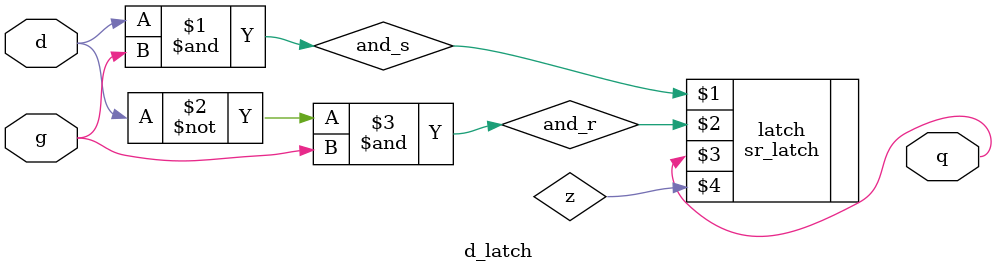
<source format=v>
`timescale 1ns / 1ps


module d_latch(
    input d,
    input g,
    output q
    );
    
    wire q, and_s,and_r;
    assign and_s = d & g;
    assign and_r = ~d & g;
    
    sr_latch latch(and_s, and_r, q, z);
endmodule

</source>
